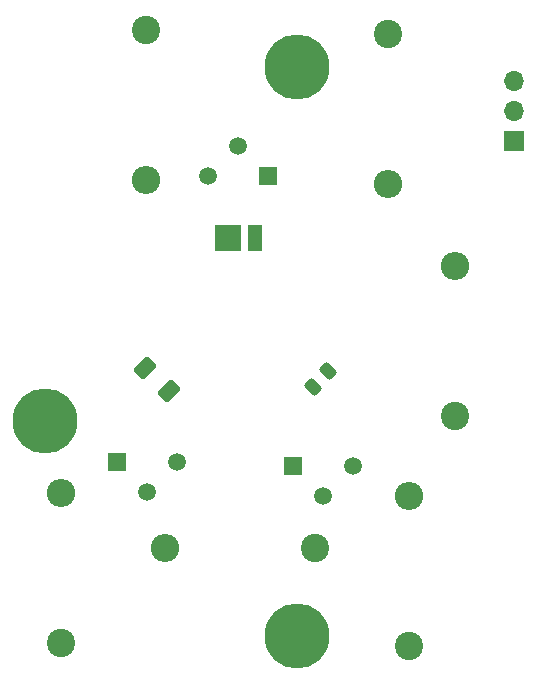
<source format=gts>
G04 #@! TF.GenerationSoftware,KiCad,Pcbnew,9.0.0*
G04 #@! TF.CreationDate,2025-04-29T16:13:28+03:00*
G04 #@! TF.ProjectId,LED-BOARD,4c45442d-424f-4415-9244-2e6b69636164,rev?*
G04 #@! TF.SameCoordinates,Original*
G04 #@! TF.FileFunction,Soldermask,Top*
G04 #@! TF.FilePolarity,Negative*
%FSLAX46Y46*%
G04 Gerber Fmt 4.6, Leading zero omitted, Abs format (unit mm)*
G04 Created by KiCad (PCBNEW 9.0.0) date 2025-04-29 16:13:28*
%MOMM*%
%LPD*%
G01*
G04 APERTURE LIST*
G04 Aperture macros list*
%AMRoundRect*
0 Rectangle with rounded corners*
0 $1 Rounding radius*
0 $2 $3 $4 $5 $6 $7 $8 $9 X,Y pos of 4 corners*
0 Add a 4 corners polygon primitive as box body*
4,1,4,$2,$3,$4,$5,$6,$7,$8,$9,$2,$3,0*
0 Add four circle primitives for the rounded corners*
1,1,$1+$1,$2,$3*
1,1,$1+$1,$4,$5*
1,1,$1+$1,$6,$7*
1,1,$1+$1,$8,$9*
0 Add four rect primitives between the rounded corners*
20,1,$1+$1,$2,$3,$4,$5,0*
20,1,$1+$1,$4,$5,$6,$7,0*
20,1,$1+$1,$6,$7,$8,$9,0*
20,1,$1+$1,$8,$9,$2,$3,0*%
G04 Aperture macros list end*
%ADD10C,5.500000*%
%ADD11C,2.400000*%
%ADD12O,2.400000X2.400000*%
%ADD13R,1.500000X1.500000*%
%ADD14C,1.500000*%
%ADD15RoundRect,0.250000X0.707107X0.176777X0.176777X0.707107X-0.707107X-0.176777X-0.176777X-0.707107X0*%
%ADD16R,1.700000X1.700000*%
%ADD17O,1.700000X1.700000*%
%ADD18R,2.200000X2.200000*%
%ADD19R,1.250000X2.200000*%
%ADD20RoundRect,0.243750X0.150260X-0.494975X0.494975X-0.150260X-0.150260X0.494975X-0.494975X0.150260X0*%
G04 APERTURE END LIST*
D10*
X128150000Y-64050000D03*
D11*
X141450000Y-93600000D03*
D12*
X141450000Y-80900000D03*
D13*
X125690000Y-73270000D03*
D14*
X123150000Y-70730000D03*
X120609999Y-73270001D03*
D11*
X137600000Y-113050000D03*
D12*
X137600000Y-100350000D03*
D15*
X117239950Y-91489949D03*
X115260050Y-89510051D03*
D11*
X135800000Y-61250000D03*
D12*
X135800000Y-73950000D03*
D13*
X127810001Y-97830000D03*
D14*
X130350001Y-100370000D03*
X132890001Y-97830001D03*
D13*
X112860000Y-97530001D03*
D14*
X115400000Y-100070001D03*
X117940002Y-97529999D03*
D11*
X129600000Y-104799999D03*
D12*
X116900000Y-104799999D03*
D11*
X108150000Y-112800000D03*
D12*
X108150000Y-100100000D03*
D11*
X115300000Y-60950000D03*
D12*
X115300000Y-73650000D03*
D10*
X128150000Y-112250000D03*
D16*
X146450000Y-70340000D03*
D17*
X146450000Y-67800000D03*
X146449999Y-65259999D03*
D18*
X122250000Y-78550000D03*
D19*
X124525000Y-78550000D03*
D20*
X129437088Y-91162913D03*
X130762912Y-89837087D03*
D10*
X106800000Y-94050000D03*
M02*

</source>
